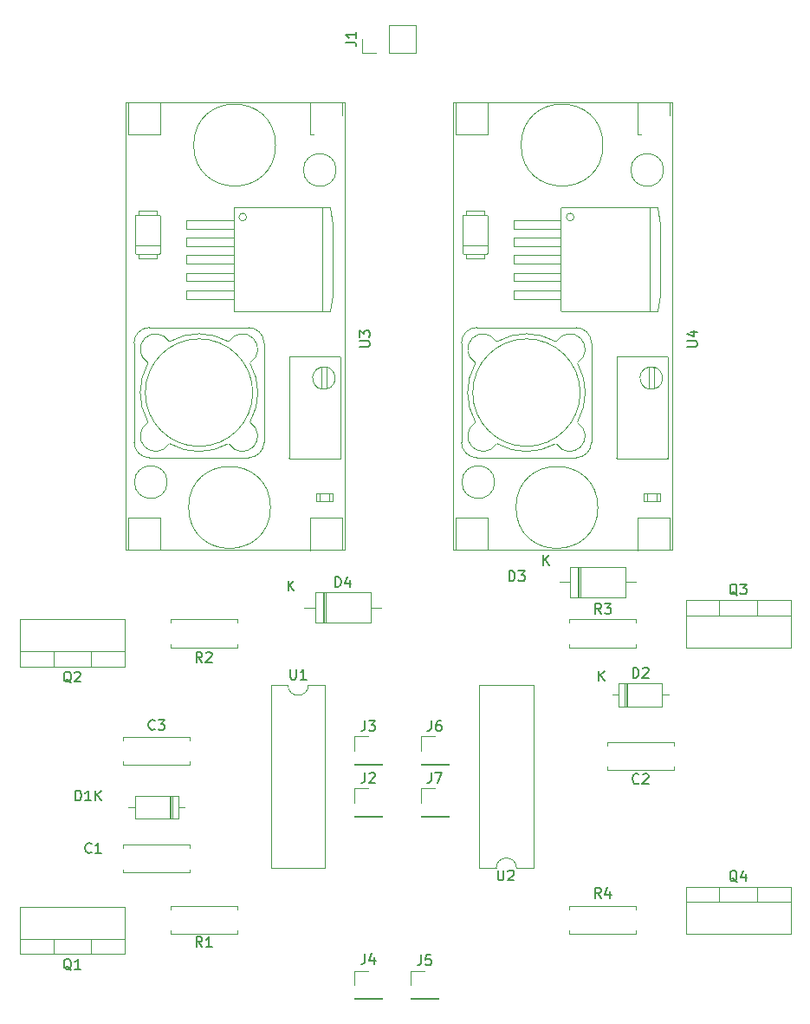
<source format=gbr>
%TF.GenerationSoftware,KiCad,Pcbnew,9.0.1*%
%TF.CreationDate,2025-07-17T11:03:29+03:00*%
%TF.ProjectId,deneme3,64656e65-6d65-4332-9e6b-696361645f70,rev?*%
%TF.SameCoordinates,Original*%
%TF.FileFunction,Legend,Top*%
%TF.FilePolarity,Positive*%
%FSLAX46Y46*%
G04 Gerber Fmt 4.6, Leading zero omitted, Abs format (unit mm)*
G04 Created by KiCad (PCBNEW 9.0.1) date 2025-07-17 11:03:29*
%MOMM*%
%LPD*%
G01*
G04 APERTURE LIST*
%ADD10C,0.150000*%
%ADD11C,0.120000*%
G04 APERTURE END LIST*
D10*
X173371905Y-112844819D02*
X173371905Y-111844819D01*
X173371905Y-111844819D02*
X173610000Y-111844819D01*
X173610000Y-111844819D02*
X173752857Y-111892438D01*
X173752857Y-111892438D02*
X173848095Y-111987676D01*
X173848095Y-111987676D02*
X173895714Y-112082914D01*
X173895714Y-112082914D02*
X173943333Y-112273390D01*
X173943333Y-112273390D02*
X173943333Y-112416247D01*
X173943333Y-112416247D02*
X173895714Y-112606723D01*
X173895714Y-112606723D02*
X173848095Y-112701961D01*
X173848095Y-112701961D02*
X173752857Y-112797200D01*
X173752857Y-112797200D02*
X173610000Y-112844819D01*
X173610000Y-112844819D02*
X173371905Y-112844819D01*
X174324286Y-111940057D02*
X174371905Y-111892438D01*
X174371905Y-111892438D02*
X174467143Y-111844819D01*
X174467143Y-111844819D02*
X174705238Y-111844819D01*
X174705238Y-111844819D02*
X174800476Y-111892438D01*
X174800476Y-111892438D02*
X174848095Y-111940057D01*
X174848095Y-111940057D02*
X174895714Y-112035295D01*
X174895714Y-112035295D02*
X174895714Y-112130533D01*
X174895714Y-112130533D02*
X174848095Y-112273390D01*
X174848095Y-112273390D02*
X174276667Y-112844819D01*
X174276667Y-112844819D02*
X174895714Y-112844819D01*
X170038095Y-113164819D02*
X170038095Y-112164819D01*
X170609523Y-113164819D02*
X170180952Y-112593390D01*
X170609523Y-112164819D02*
X170038095Y-112736247D01*
X118871905Y-124834819D02*
X118871905Y-123834819D01*
X118871905Y-123834819D02*
X119110000Y-123834819D01*
X119110000Y-123834819D02*
X119252857Y-123882438D01*
X119252857Y-123882438D02*
X119348095Y-123977676D01*
X119348095Y-123977676D02*
X119395714Y-124072914D01*
X119395714Y-124072914D02*
X119443333Y-124263390D01*
X119443333Y-124263390D02*
X119443333Y-124406247D01*
X119443333Y-124406247D02*
X119395714Y-124596723D01*
X119395714Y-124596723D02*
X119348095Y-124691961D01*
X119348095Y-124691961D02*
X119252857Y-124787200D01*
X119252857Y-124787200D02*
X119110000Y-124834819D01*
X119110000Y-124834819D02*
X118871905Y-124834819D01*
X120395714Y-124834819D02*
X119824286Y-124834819D01*
X120110000Y-124834819D02*
X120110000Y-123834819D01*
X120110000Y-123834819D02*
X120014762Y-123977676D01*
X120014762Y-123977676D02*
X119919524Y-124072914D01*
X119919524Y-124072914D02*
X119824286Y-124120533D01*
X120848095Y-124834819D02*
X120848095Y-123834819D01*
X121419523Y-124834819D02*
X120990952Y-124263390D01*
X121419523Y-123834819D02*
X120848095Y-124406247D01*
X144261905Y-103984819D02*
X144261905Y-102984819D01*
X144261905Y-102984819D02*
X144500000Y-102984819D01*
X144500000Y-102984819D02*
X144642857Y-103032438D01*
X144642857Y-103032438D02*
X144738095Y-103127676D01*
X144738095Y-103127676D02*
X144785714Y-103222914D01*
X144785714Y-103222914D02*
X144833333Y-103413390D01*
X144833333Y-103413390D02*
X144833333Y-103556247D01*
X144833333Y-103556247D02*
X144785714Y-103746723D01*
X144785714Y-103746723D02*
X144738095Y-103841961D01*
X144738095Y-103841961D02*
X144642857Y-103937200D01*
X144642857Y-103937200D02*
X144500000Y-103984819D01*
X144500000Y-103984819D02*
X144261905Y-103984819D01*
X145690476Y-103318152D02*
X145690476Y-103984819D01*
X145452381Y-102937200D02*
X145214286Y-103651485D01*
X145214286Y-103651485D02*
X145833333Y-103651485D01*
X139658095Y-104354819D02*
X139658095Y-103354819D01*
X140229523Y-104354819D02*
X139800952Y-103783390D01*
X140229523Y-103354819D02*
X139658095Y-103926247D01*
X183554761Y-104790057D02*
X183459523Y-104742438D01*
X183459523Y-104742438D02*
X183364285Y-104647200D01*
X183364285Y-104647200D02*
X183221428Y-104504342D01*
X183221428Y-104504342D02*
X183126190Y-104456723D01*
X183126190Y-104456723D02*
X183030952Y-104456723D01*
X183078571Y-104694819D02*
X182983333Y-104647200D01*
X182983333Y-104647200D02*
X182888095Y-104551961D01*
X182888095Y-104551961D02*
X182840476Y-104361485D01*
X182840476Y-104361485D02*
X182840476Y-104028152D01*
X182840476Y-104028152D02*
X182888095Y-103837676D01*
X182888095Y-103837676D02*
X182983333Y-103742438D01*
X182983333Y-103742438D02*
X183078571Y-103694819D01*
X183078571Y-103694819D02*
X183269047Y-103694819D01*
X183269047Y-103694819D02*
X183364285Y-103742438D01*
X183364285Y-103742438D02*
X183459523Y-103837676D01*
X183459523Y-103837676D02*
X183507142Y-104028152D01*
X183507142Y-104028152D02*
X183507142Y-104361485D01*
X183507142Y-104361485D02*
X183459523Y-104551961D01*
X183459523Y-104551961D02*
X183364285Y-104647200D01*
X183364285Y-104647200D02*
X183269047Y-104694819D01*
X183269047Y-104694819D02*
X183078571Y-104694819D01*
X183840476Y-103694819D02*
X184459523Y-103694819D01*
X184459523Y-103694819D02*
X184126190Y-104075771D01*
X184126190Y-104075771D02*
X184269047Y-104075771D01*
X184269047Y-104075771D02*
X184364285Y-104123390D01*
X184364285Y-104123390D02*
X184411904Y-104171009D01*
X184411904Y-104171009D02*
X184459523Y-104266247D01*
X184459523Y-104266247D02*
X184459523Y-104504342D01*
X184459523Y-104504342D02*
X184411904Y-104599580D01*
X184411904Y-104599580D02*
X184364285Y-104647200D01*
X184364285Y-104647200D02*
X184269047Y-104694819D01*
X184269047Y-104694819D02*
X183983333Y-104694819D01*
X183983333Y-104694819D02*
X183888095Y-104647200D01*
X183888095Y-104647200D02*
X183840476Y-104599580D01*
X183554761Y-132790057D02*
X183459523Y-132742438D01*
X183459523Y-132742438D02*
X183364285Y-132647200D01*
X183364285Y-132647200D02*
X183221428Y-132504342D01*
X183221428Y-132504342D02*
X183126190Y-132456723D01*
X183126190Y-132456723D02*
X183030952Y-132456723D01*
X183078571Y-132694819D02*
X182983333Y-132647200D01*
X182983333Y-132647200D02*
X182888095Y-132551961D01*
X182888095Y-132551961D02*
X182840476Y-132361485D01*
X182840476Y-132361485D02*
X182840476Y-132028152D01*
X182840476Y-132028152D02*
X182888095Y-131837676D01*
X182888095Y-131837676D02*
X182983333Y-131742438D01*
X182983333Y-131742438D02*
X183078571Y-131694819D01*
X183078571Y-131694819D02*
X183269047Y-131694819D01*
X183269047Y-131694819D02*
X183364285Y-131742438D01*
X183364285Y-131742438D02*
X183459523Y-131837676D01*
X183459523Y-131837676D02*
X183507142Y-132028152D01*
X183507142Y-132028152D02*
X183507142Y-132361485D01*
X183507142Y-132361485D02*
X183459523Y-132551961D01*
X183459523Y-132551961D02*
X183364285Y-132647200D01*
X183364285Y-132647200D02*
X183269047Y-132694819D01*
X183269047Y-132694819D02*
X183078571Y-132694819D01*
X184364285Y-132028152D02*
X184364285Y-132694819D01*
X184126190Y-131647200D02*
X183888095Y-132361485D01*
X183888095Y-132361485D02*
X184507142Y-132361485D01*
X153666666Y-122114819D02*
X153666666Y-122829104D01*
X153666666Y-122829104D02*
X153619047Y-122971961D01*
X153619047Y-122971961D02*
X153523809Y-123067200D01*
X153523809Y-123067200D02*
X153380952Y-123114819D01*
X153380952Y-123114819D02*
X153285714Y-123114819D01*
X154047619Y-122114819D02*
X154714285Y-122114819D01*
X154714285Y-122114819D02*
X154285714Y-123114819D01*
X118474761Y-113330057D02*
X118379523Y-113282438D01*
X118379523Y-113282438D02*
X118284285Y-113187200D01*
X118284285Y-113187200D02*
X118141428Y-113044342D01*
X118141428Y-113044342D02*
X118046190Y-112996723D01*
X118046190Y-112996723D02*
X117950952Y-112996723D01*
X117998571Y-113234819D02*
X117903333Y-113187200D01*
X117903333Y-113187200D02*
X117808095Y-113091961D01*
X117808095Y-113091961D02*
X117760476Y-112901485D01*
X117760476Y-112901485D02*
X117760476Y-112568152D01*
X117760476Y-112568152D02*
X117808095Y-112377676D01*
X117808095Y-112377676D02*
X117903333Y-112282438D01*
X117903333Y-112282438D02*
X117998571Y-112234819D01*
X117998571Y-112234819D02*
X118189047Y-112234819D01*
X118189047Y-112234819D02*
X118284285Y-112282438D01*
X118284285Y-112282438D02*
X118379523Y-112377676D01*
X118379523Y-112377676D02*
X118427142Y-112568152D01*
X118427142Y-112568152D02*
X118427142Y-112901485D01*
X118427142Y-112901485D02*
X118379523Y-113091961D01*
X118379523Y-113091961D02*
X118284285Y-113187200D01*
X118284285Y-113187200D02*
X118189047Y-113234819D01*
X118189047Y-113234819D02*
X117998571Y-113234819D01*
X118808095Y-112330057D02*
X118855714Y-112282438D01*
X118855714Y-112282438D02*
X118950952Y-112234819D01*
X118950952Y-112234819D02*
X119189047Y-112234819D01*
X119189047Y-112234819D02*
X119284285Y-112282438D01*
X119284285Y-112282438D02*
X119331904Y-112330057D01*
X119331904Y-112330057D02*
X119379523Y-112425295D01*
X119379523Y-112425295D02*
X119379523Y-112520533D01*
X119379523Y-112520533D02*
X119331904Y-112663390D01*
X119331904Y-112663390D02*
X118760476Y-113234819D01*
X118760476Y-113234819D02*
X119379523Y-113234819D01*
X147166666Y-117034819D02*
X147166666Y-117749104D01*
X147166666Y-117749104D02*
X147119047Y-117891961D01*
X147119047Y-117891961D02*
X147023809Y-117987200D01*
X147023809Y-117987200D02*
X146880952Y-118034819D01*
X146880952Y-118034819D02*
X146785714Y-118034819D01*
X147547619Y-117034819D02*
X148166666Y-117034819D01*
X148166666Y-117034819D02*
X147833333Y-117415771D01*
X147833333Y-117415771D02*
X147976190Y-117415771D01*
X147976190Y-117415771D02*
X148071428Y-117463390D01*
X148071428Y-117463390D02*
X148119047Y-117511009D01*
X148119047Y-117511009D02*
X148166666Y-117606247D01*
X148166666Y-117606247D02*
X148166666Y-117844342D01*
X148166666Y-117844342D02*
X148119047Y-117939580D01*
X148119047Y-117939580D02*
X148071428Y-117987200D01*
X148071428Y-117987200D02*
X147976190Y-118034819D01*
X147976190Y-118034819D02*
X147690476Y-118034819D01*
X147690476Y-118034819D02*
X147595238Y-117987200D01*
X147595238Y-117987200D02*
X147547619Y-117939580D01*
X118474761Y-141385057D02*
X118379523Y-141337438D01*
X118379523Y-141337438D02*
X118284285Y-141242200D01*
X118284285Y-141242200D02*
X118141428Y-141099342D01*
X118141428Y-141099342D02*
X118046190Y-141051723D01*
X118046190Y-141051723D02*
X117950952Y-141051723D01*
X117998571Y-141289819D02*
X117903333Y-141242200D01*
X117903333Y-141242200D02*
X117808095Y-141146961D01*
X117808095Y-141146961D02*
X117760476Y-140956485D01*
X117760476Y-140956485D02*
X117760476Y-140623152D01*
X117760476Y-140623152D02*
X117808095Y-140432676D01*
X117808095Y-140432676D02*
X117903333Y-140337438D01*
X117903333Y-140337438D02*
X117998571Y-140289819D01*
X117998571Y-140289819D02*
X118189047Y-140289819D01*
X118189047Y-140289819D02*
X118284285Y-140337438D01*
X118284285Y-140337438D02*
X118379523Y-140432676D01*
X118379523Y-140432676D02*
X118427142Y-140623152D01*
X118427142Y-140623152D02*
X118427142Y-140956485D01*
X118427142Y-140956485D02*
X118379523Y-141146961D01*
X118379523Y-141146961D02*
X118284285Y-141242200D01*
X118284285Y-141242200D02*
X118189047Y-141289819D01*
X118189047Y-141289819D02*
X117998571Y-141289819D01*
X119379523Y-141289819D02*
X118808095Y-141289819D01*
X119093809Y-141289819D02*
X119093809Y-140289819D01*
X119093809Y-140289819D02*
X118998571Y-140432676D01*
X118998571Y-140432676D02*
X118903333Y-140527914D01*
X118903333Y-140527914D02*
X118808095Y-140575533D01*
X152666666Y-139904819D02*
X152666666Y-140619104D01*
X152666666Y-140619104D02*
X152619047Y-140761961D01*
X152619047Y-140761961D02*
X152523809Y-140857200D01*
X152523809Y-140857200D02*
X152380952Y-140904819D01*
X152380952Y-140904819D02*
X152285714Y-140904819D01*
X153619047Y-139904819D02*
X153142857Y-139904819D01*
X153142857Y-139904819D02*
X153095238Y-140381009D01*
X153095238Y-140381009D02*
X153142857Y-140333390D01*
X153142857Y-140333390D02*
X153238095Y-140285771D01*
X153238095Y-140285771D02*
X153476190Y-140285771D01*
X153476190Y-140285771D02*
X153571428Y-140333390D01*
X153571428Y-140333390D02*
X153619047Y-140381009D01*
X153619047Y-140381009D02*
X153666666Y-140476247D01*
X153666666Y-140476247D02*
X153666666Y-140714342D01*
X153666666Y-140714342D02*
X153619047Y-140809580D01*
X153619047Y-140809580D02*
X153571428Y-140857200D01*
X153571428Y-140857200D02*
X153476190Y-140904819D01*
X153476190Y-140904819D02*
X153238095Y-140904819D01*
X153238095Y-140904819D02*
X153142857Y-140857200D01*
X153142857Y-140857200D02*
X153095238Y-140809580D01*
X131253333Y-139114819D02*
X130920000Y-138638628D01*
X130681905Y-139114819D02*
X130681905Y-138114819D01*
X130681905Y-138114819D02*
X131062857Y-138114819D01*
X131062857Y-138114819D02*
X131158095Y-138162438D01*
X131158095Y-138162438D02*
X131205714Y-138210057D01*
X131205714Y-138210057D02*
X131253333Y-138305295D01*
X131253333Y-138305295D02*
X131253333Y-138448152D01*
X131253333Y-138448152D02*
X131205714Y-138543390D01*
X131205714Y-138543390D02*
X131158095Y-138591009D01*
X131158095Y-138591009D02*
X131062857Y-138638628D01*
X131062857Y-138638628D02*
X130681905Y-138638628D01*
X132205714Y-139114819D02*
X131634286Y-139114819D01*
X131920000Y-139114819D02*
X131920000Y-138114819D01*
X131920000Y-138114819D02*
X131824762Y-138257676D01*
X131824762Y-138257676D02*
X131729524Y-138352914D01*
X131729524Y-138352914D02*
X131634286Y-138400533D01*
X126633333Y-117859580D02*
X126585714Y-117907200D01*
X126585714Y-117907200D02*
X126442857Y-117954819D01*
X126442857Y-117954819D02*
X126347619Y-117954819D01*
X126347619Y-117954819D02*
X126204762Y-117907200D01*
X126204762Y-117907200D02*
X126109524Y-117811961D01*
X126109524Y-117811961D02*
X126061905Y-117716723D01*
X126061905Y-117716723D02*
X126014286Y-117526247D01*
X126014286Y-117526247D02*
X126014286Y-117383390D01*
X126014286Y-117383390D02*
X126061905Y-117192914D01*
X126061905Y-117192914D02*
X126109524Y-117097676D01*
X126109524Y-117097676D02*
X126204762Y-117002438D01*
X126204762Y-117002438D02*
X126347619Y-116954819D01*
X126347619Y-116954819D02*
X126442857Y-116954819D01*
X126442857Y-116954819D02*
X126585714Y-117002438D01*
X126585714Y-117002438D02*
X126633333Y-117050057D01*
X126966667Y-116954819D02*
X127585714Y-116954819D01*
X127585714Y-116954819D02*
X127252381Y-117335771D01*
X127252381Y-117335771D02*
X127395238Y-117335771D01*
X127395238Y-117335771D02*
X127490476Y-117383390D01*
X127490476Y-117383390D02*
X127538095Y-117431009D01*
X127538095Y-117431009D02*
X127585714Y-117526247D01*
X127585714Y-117526247D02*
X127585714Y-117764342D01*
X127585714Y-117764342D02*
X127538095Y-117859580D01*
X127538095Y-117859580D02*
X127490476Y-117907200D01*
X127490476Y-117907200D02*
X127395238Y-117954819D01*
X127395238Y-117954819D02*
X127109524Y-117954819D01*
X127109524Y-117954819D02*
X127014286Y-117907200D01*
X127014286Y-117907200D02*
X126966667Y-117859580D01*
X146654819Y-80531904D02*
X147464342Y-80531904D01*
X147464342Y-80531904D02*
X147559580Y-80484285D01*
X147559580Y-80484285D02*
X147607200Y-80436666D01*
X147607200Y-80436666D02*
X147654819Y-80341428D01*
X147654819Y-80341428D02*
X147654819Y-80150952D01*
X147654819Y-80150952D02*
X147607200Y-80055714D01*
X147607200Y-80055714D02*
X147559580Y-80008095D01*
X147559580Y-80008095D02*
X147464342Y-79960476D01*
X147464342Y-79960476D02*
X146654819Y-79960476D01*
X146654819Y-79579523D02*
X146654819Y-78960476D01*
X146654819Y-78960476D02*
X147035771Y-79293809D01*
X147035771Y-79293809D02*
X147035771Y-79150952D01*
X147035771Y-79150952D02*
X147083390Y-79055714D01*
X147083390Y-79055714D02*
X147131009Y-79008095D01*
X147131009Y-79008095D02*
X147226247Y-78960476D01*
X147226247Y-78960476D02*
X147464342Y-78960476D01*
X147464342Y-78960476D02*
X147559580Y-79008095D01*
X147559580Y-79008095D02*
X147607200Y-79055714D01*
X147607200Y-79055714D02*
X147654819Y-79150952D01*
X147654819Y-79150952D02*
X147654819Y-79436666D01*
X147654819Y-79436666D02*
X147607200Y-79531904D01*
X147607200Y-79531904D02*
X147559580Y-79579523D01*
X170253333Y-134344819D02*
X169920000Y-133868628D01*
X169681905Y-134344819D02*
X169681905Y-133344819D01*
X169681905Y-133344819D02*
X170062857Y-133344819D01*
X170062857Y-133344819D02*
X170158095Y-133392438D01*
X170158095Y-133392438D02*
X170205714Y-133440057D01*
X170205714Y-133440057D02*
X170253333Y-133535295D01*
X170253333Y-133535295D02*
X170253333Y-133678152D01*
X170253333Y-133678152D02*
X170205714Y-133773390D01*
X170205714Y-133773390D02*
X170158095Y-133821009D01*
X170158095Y-133821009D02*
X170062857Y-133868628D01*
X170062857Y-133868628D02*
X169681905Y-133868628D01*
X171110476Y-133678152D02*
X171110476Y-134344819D01*
X170872381Y-133297200D02*
X170634286Y-134011485D01*
X170634286Y-134011485D02*
X171253333Y-134011485D01*
X178654819Y-80531904D02*
X179464342Y-80531904D01*
X179464342Y-80531904D02*
X179559580Y-80484285D01*
X179559580Y-80484285D02*
X179607200Y-80436666D01*
X179607200Y-80436666D02*
X179654819Y-80341428D01*
X179654819Y-80341428D02*
X179654819Y-80150952D01*
X179654819Y-80150952D02*
X179607200Y-80055714D01*
X179607200Y-80055714D02*
X179559580Y-80008095D01*
X179559580Y-80008095D02*
X179464342Y-79960476D01*
X179464342Y-79960476D02*
X178654819Y-79960476D01*
X178988152Y-79055714D02*
X179654819Y-79055714D01*
X178607200Y-79293809D02*
X179321485Y-79531904D01*
X179321485Y-79531904D02*
X179321485Y-78912857D01*
X131253333Y-111334819D02*
X130920000Y-110858628D01*
X130681905Y-111334819D02*
X130681905Y-110334819D01*
X130681905Y-110334819D02*
X131062857Y-110334819D01*
X131062857Y-110334819D02*
X131158095Y-110382438D01*
X131158095Y-110382438D02*
X131205714Y-110430057D01*
X131205714Y-110430057D02*
X131253333Y-110525295D01*
X131253333Y-110525295D02*
X131253333Y-110668152D01*
X131253333Y-110668152D02*
X131205714Y-110763390D01*
X131205714Y-110763390D02*
X131158095Y-110811009D01*
X131158095Y-110811009D02*
X131062857Y-110858628D01*
X131062857Y-110858628D02*
X130681905Y-110858628D01*
X131634286Y-110430057D02*
X131681905Y-110382438D01*
X131681905Y-110382438D02*
X131777143Y-110334819D01*
X131777143Y-110334819D02*
X132015238Y-110334819D01*
X132015238Y-110334819D02*
X132110476Y-110382438D01*
X132110476Y-110382438D02*
X132158095Y-110430057D01*
X132158095Y-110430057D02*
X132205714Y-110525295D01*
X132205714Y-110525295D02*
X132205714Y-110620533D01*
X132205714Y-110620533D02*
X132158095Y-110763390D01*
X132158095Y-110763390D02*
X131586667Y-111334819D01*
X131586667Y-111334819D02*
X132205714Y-111334819D01*
X139878095Y-112004819D02*
X139878095Y-112814342D01*
X139878095Y-112814342D02*
X139925714Y-112909580D01*
X139925714Y-112909580D02*
X139973333Y-112957200D01*
X139973333Y-112957200D02*
X140068571Y-113004819D01*
X140068571Y-113004819D02*
X140259047Y-113004819D01*
X140259047Y-113004819D02*
X140354285Y-112957200D01*
X140354285Y-112957200D02*
X140401904Y-112909580D01*
X140401904Y-112909580D02*
X140449523Y-112814342D01*
X140449523Y-112814342D02*
X140449523Y-112004819D01*
X141449523Y-113004819D02*
X140878095Y-113004819D01*
X141163809Y-113004819D02*
X141163809Y-112004819D01*
X141163809Y-112004819D02*
X141068571Y-112147676D01*
X141068571Y-112147676D02*
X140973333Y-112242914D01*
X140973333Y-112242914D02*
X140878095Y-112290533D01*
X145324819Y-50800833D02*
X146039104Y-50800833D01*
X146039104Y-50800833D02*
X146181961Y-50848452D01*
X146181961Y-50848452D02*
X146277200Y-50943690D01*
X146277200Y-50943690D02*
X146324819Y-51086547D01*
X146324819Y-51086547D02*
X146324819Y-51181785D01*
X146324819Y-49800833D02*
X146324819Y-50372261D01*
X146324819Y-50086547D02*
X145324819Y-50086547D01*
X145324819Y-50086547D02*
X145467676Y-50181785D01*
X145467676Y-50181785D02*
X145562914Y-50277023D01*
X145562914Y-50277023D02*
X145610533Y-50372261D01*
X160153095Y-131624819D02*
X160153095Y-132434342D01*
X160153095Y-132434342D02*
X160200714Y-132529580D01*
X160200714Y-132529580D02*
X160248333Y-132577200D01*
X160248333Y-132577200D02*
X160343571Y-132624819D01*
X160343571Y-132624819D02*
X160534047Y-132624819D01*
X160534047Y-132624819D02*
X160629285Y-132577200D01*
X160629285Y-132577200D02*
X160676904Y-132529580D01*
X160676904Y-132529580D02*
X160724523Y-132434342D01*
X160724523Y-132434342D02*
X160724523Y-131624819D01*
X161153095Y-131720057D02*
X161200714Y-131672438D01*
X161200714Y-131672438D02*
X161295952Y-131624819D01*
X161295952Y-131624819D02*
X161534047Y-131624819D01*
X161534047Y-131624819D02*
X161629285Y-131672438D01*
X161629285Y-131672438D02*
X161676904Y-131720057D01*
X161676904Y-131720057D02*
X161724523Y-131815295D01*
X161724523Y-131815295D02*
X161724523Y-131910533D01*
X161724523Y-131910533D02*
X161676904Y-132053390D01*
X161676904Y-132053390D02*
X161105476Y-132624819D01*
X161105476Y-132624819D02*
X161724523Y-132624819D01*
X147166666Y-139784819D02*
X147166666Y-140499104D01*
X147166666Y-140499104D02*
X147119047Y-140641961D01*
X147119047Y-140641961D02*
X147023809Y-140737200D01*
X147023809Y-140737200D02*
X146880952Y-140784819D01*
X146880952Y-140784819D02*
X146785714Y-140784819D01*
X148071428Y-140118152D02*
X148071428Y-140784819D01*
X147833333Y-139737200D02*
X147595238Y-140451485D01*
X147595238Y-140451485D02*
X148214285Y-140451485D01*
X147166666Y-122114819D02*
X147166666Y-122829104D01*
X147166666Y-122829104D02*
X147119047Y-122971961D01*
X147119047Y-122971961D02*
X147023809Y-123067200D01*
X147023809Y-123067200D02*
X146880952Y-123114819D01*
X146880952Y-123114819D02*
X146785714Y-123114819D01*
X147595238Y-122210057D02*
X147642857Y-122162438D01*
X147642857Y-122162438D02*
X147738095Y-122114819D01*
X147738095Y-122114819D02*
X147976190Y-122114819D01*
X147976190Y-122114819D02*
X148071428Y-122162438D01*
X148071428Y-122162438D02*
X148119047Y-122210057D01*
X148119047Y-122210057D02*
X148166666Y-122305295D01*
X148166666Y-122305295D02*
X148166666Y-122400533D01*
X148166666Y-122400533D02*
X148119047Y-122543390D01*
X148119047Y-122543390D02*
X147547619Y-123114819D01*
X147547619Y-123114819D02*
X148166666Y-123114819D01*
X120443333Y-129859580D02*
X120395714Y-129907200D01*
X120395714Y-129907200D02*
X120252857Y-129954819D01*
X120252857Y-129954819D02*
X120157619Y-129954819D01*
X120157619Y-129954819D02*
X120014762Y-129907200D01*
X120014762Y-129907200D02*
X119919524Y-129811961D01*
X119919524Y-129811961D02*
X119871905Y-129716723D01*
X119871905Y-129716723D02*
X119824286Y-129526247D01*
X119824286Y-129526247D02*
X119824286Y-129383390D01*
X119824286Y-129383390D02*
X119871905Y-129192914D01*
X119871905Y-129192914D02*
X119919524Y-129097676D01*
X119919524Y-129097676D02*
X120014762Y-129002438D01*
X120014762Y-129002438D02*
X120157619Y-128954819D01*
X120157619Y-128954819D02*
X120252857Y-128954819D01*
X120252857Y-128954819D02*
X120395714Y-129002438D01*
X120395714Y-129002438D02*
X120443333Y-129050057D01*
X121395714Y-129954819D02*
X120824286Y-129954819D01*
X121110000Y-129954819D02*
X121110000Y-128954819D01*
X121110000Y-128954819D02*
X121014762Y-129097676D01*
X121014762Y-129097676D02*
X120919524Y-129192914D01*
X120919524Y-129192914D02*
X120824286Y-129240533D01*
X161261905Y-103404819D02*
X161261905Y-102404819D01*
X161261905Y-102404819D02*
X161500000Y-102404819D01*
X161500000Y-102404819D02*
X161642857Y-102452438D01*
X161642857Y-102452438D02*
X161738095Y-102547676D01*
X161738095Y-102547676D02*
X161785714Y-102642914D01*
X161785714Y-102642914D02*
X161833333Y-102833390D01*
X161833333Y-102833390D02*
X161833333Y-102976247D01*
X161833333Y-102976247D02*
X161785714Y-103166723D01*
X161785714Y-103166723D02*
X161738095Y-103261961D01*
X161738095Y-103261961D02*
X161642857Y-103357200D01*
X161642857Y-103357200D02*
X161500000Y-103404819D01*
X161500000Y-103404819D02*
X161261905Y-103404819D01*
X162166667Y-102404819D02*
X162785714Y-102404819D01*
X162785714Y-102404819D02*
X162452381Y-102785771D01*
X162452381Y-102785771D02*
X162595238Y-102785771D01*
X162595238Y-102785771D02*
X162690476Y-102833390D01*
X162690476Y-102833390D02*
X162738095Y-102881009D01*
X162738095Y-102881009D02*
X162785714Y-102976247D01*
X162785714Y-102976247D02*
X162785714Y-103214342D01*
X162785714Y-103214342D02*
X162738095Y-103309580D01*
X162738095Y-103309580D02*
X162690476Y-103357200D01*
X162690476Y-103357200D02*
X162595238Y-103404819D01*
X162595238Y-103404819D02*
X162309524Y-103404819D01*
X162309524Y-103404819D02*
X162214286Y-103357200D01*
X162214286Y-103357200D02*
X162166667Y-103309580D01*
X164578095Y-101854819D02*
X164578095Y-100854819D01*
X165149523Y-101854819D02*
X164720952Y-101283390D01*
X165149523Y-100854819D02*
X164578095Y-101426247D01*
X153666666Y-117034819D02*
X153666666Y-117749104D01*
X153666666Y-117749104D02*
X153619047Y-117891961D01*
X153619047Y-117891961D02*
X153523809Y-117987200D01*
X153523809Y-117987200D02*
X153380952Y-118034819D01*
X153380952Y-118034819D02*
X153285714Y-118034819D01*
X154571428Y-117034819D02*
X154380952Y-117034819D01*
X154380952Y-117034819D02*
X154285714Y-117082438D01*
X154285714Y-117082438D02*
X154238095Y-117130057D01*
X154238095Y-117130057D02*
X154142857Y-117272914D01*
X154142857Y-117272914D02*
X154095238Y-117463390D01*
X154095238Y-117463390D02*
X154095238Y-117844342D01*
X154095238Y-117844342D02*
X154142857Y-117939580D01*
X154142857Y-117939580D02*
X154190476Y-117987200D01*
X154190476Y-117987200D02*
X154285714Y-118034819D01*
X154285714Y-118034819D02*
X154476190Y-118034819D01*
X154476190Y-118034819D02*
X154571428Y-117987200D01*
X154571428Y-117987200D02*
X154619047Y-117939580D01*
X154619047Y-117939580D02*
X154666666Y-117844342D01*
X154666666Y-117844342D02*
X154666666Y-117606247D01*
X154666666Y-117606247D02*
X154619047Y-117511009D01*
X154619047Y-117511009D02*
X154571428Y-117463390D01*
X154571428Y-117463390D02*
X154476190Y-117415771D01*
X154476190Y-117415771D02*
X154285714Y-117415771D01*
X154285714Y-117415771D02*
X154190476Y-117463390D01*
X154190476Y-117463390D02*
X154142857Y-117511009D01*
X154142857Y-117511009D02*
X154095238Y-117606247D01*
X170253333Y-106594819D02*
X169920000Y-106118628D01*
X169681905Y-106594819D02*
X169681905Y-105594819D01*
X169681905Y-105594819D02*
X170062857Y-105594819D01*
X170062857Y-105594819D02*
X170158095Y-105642438D01*
X170158095Y-105642438D02*
X170205714Y-105690057D01*
X170205714Y-105690057D02*
X170253333Y-105785295D01*
X170253333Y-105785295D02*
X170253333Y-105928152D01*
X170253333Y-105928152D02*
X170205714Y-106023390D01*
X170205714Y-106023390D02*
X170158095Y-106071009D01*
X170158095Y-106071009D02*
X170062857Y-106118628D01*
X170062857Y-106118628D02*
X169681905Y-106118628D01*
X170586667Y-105594819D02*
X171205714Y-105594819D01*
X171205714Y-105594819D02*
X170872381Y-105975771D01*
X170872381Y-105975771D02*
X171015238Y-105975771D01*
X171015238Y-105975771D02*
X171110476Y-106023390D01*
X171110476Y-106023390D02*
X171158095Y-106071009D01*
X171158095Y-106071009D02*
X171205714Y-106166247D01*
X171205714Y-106166247D02*
X171205714Y-106404342D01*
X171205714Y-106404342D02*
X171158095Y-106499580D01*
X171158095Y-106499580D02*
X171110476Y-106547200D01*
X171110476Y-106547200D02*
X171015238Y-106594819D01*
X171015238Y-106594819D02*
X170729524Y-106594819D01*
X170729524Y-106594819D02*
X170634286Y-106547200D01*
X170634286Y-106547200D02*
X170586667Y-106499580D01*
X173943333Y-123109580D02*
X173895714Y-123157200D01*
X173895714Y-123157200D02*
X173752857Y-123204819D01*
X173752857Y-123204819D02*
X173657619Y-123204819D01*
X173657619Y-123204819D02*
X173514762Y-123157200D01*
X173514762Y-123157200D02*
X173419524Y-123061961D01*
X173419524Y-123061961D02*
X173371905Y-122966723D01*
X173371905Y-122966723D02*
X173324286Y-122776247D01*
X173324286Y-122776247D02*
X173324286Y-122633390D01*
X173324286Y-122633390D02*
X173371905Y-122442914D01*
X173371905Y-122442914D02*
X173419524Y-122347676D01*
X173419524Y-122347676D02*
X173514762Y-122252438D01*
X173514762Y-122252438D02*
X173657619Y-122204819D01*
X173657619Y-122204819D02*
X173752857Y-122204819D01*
X173752857Y-122204819D02*
X173895714Y-122252438D01*
X173895714Y-122252438D02*
X173943333Y-122300057D01*
X174324286Y-122300057D02*
X174371905Y-122252438D01*
X174371905Y-122252438D02*
X174467143Y-122204819D01*
X174467143Y-122204819D02*
X174705238Y-122204819D01*
X174705238Y-122204819D02*
X174800476Y-122252438D01*
X174800476Y-122252438D02*
X174848095Y-122300057D01*
X174848095Y-122300057D02*
X174895714Y-122395295D01*
X174895714Y-122395295D02*
X174895714Y-122490533D01*
X174895714Y-122490533D02*
X174848095Y-122633390D01*
X174848095Y-122633390D02*
X174276667Y-123204819D01*
X174276667Y-123204819D02*
X174895714Y-123204819D01*
D11*
%TO.C,D2*%
X171340000Y-114510000D02*
X171990000Y-114510000D01*
X171990000Y-113390000D02*
X171990000Y-115630000D01*
X171990000Y-115630000D02*
X176230000Y-115630000D01*
X172590000Y-113390000D02*
X172590000Y-115630000D01*
X172710000Y-113390000D02*
X172710000Y-115630000D01*
X172830000Y-113390000D02*
X172830000Y-115630000D01*
X176230000Y-113390000D02*
X171990000Y-113390000D01*
X176230000Y-115630000D02*
X176230000Y-113390000D01*
X176880000Y-114510000D02*
X176230000Y-114510000D01*
%TO.C,D1*%
X124030000Y-125500000D02*
X124680000Y-125500000D01*
X124680000Y-124380000D02*
X124680000Y-126620000D01*
X124680000Y-126620000D02*
X128920000Y-126620000D01*
X128080000Y-126620000D02*
X128080000Y-124380000D01*
X128200000Y-126620000D02*
X128200000Y-124380000D01*
X128320000Y-126620000D02*
X128320000Y-124380000D01*
X128920000Y-124380000D02*
X124680000Y-124380000D01*
X128920000Y-126620000D02*
X128920000Y-124380000D01*
X129570000Y-125500000D02*
X128920000Y-125500000D01*
%TO.C,D4*%
X141260000Y-106000000D02*
X142280000Y-106000000D01*
X142280000Y-104530000D02*
X142280000Y-107470000D01*
X142280000Y-107470000D02*
X147720000Y-107470000D01*
X143060000Y-104530000D02*
X143060000Y-107470000D01*
X143180000Y-104530000D02*
X143180000Y-107470000D01*
X143300000Y-104530000D02*
X143300000Y-107470000D01*
X147720000Y-104530000D02*
X142280000Y-104530000D01*
X147720000Y-107470000D02*
X147720000Y-104530000D01*
X148740000Y-106000000D02*
X147720000Y-106000000D01*
%TO.C,Q3*%
X178530000Y-105240000D02*
X178530000Y-109881000D01*
X178530000Y-105240000D02*
X188770000Y-105240000D01*
X178530000Y-106750000D02*
X188770000Y-106750000D01*
X178530000Y-109881000D02*
X188770000Y-109881000D01*
X181800000Y-105240000D02*
X181800000Y-106750000D01*
X185501000Y-105240000D02*
X185501000Y-106750000D01*
X188770000Y-105240000D02*
X188770000Y-109881000D01*
%TO.C,Q4*%
X178530000Y-133240000D02*
X178530000Y-137881000D01*
X178530000Y-133240000D02*
X188770000Y-133240000D01*
X178530000Y-134750000D02*
X188770000Y-134750000D01*
X178530000Y-137881000D02*
X188770000Y-137881000D01*
X181800000Y-133240000D02*
X181800000Y-134750000D01*
X185501000Y-133240000D02*
X185501000Y-134750000D01*
X188770000Y-133240000D02*
X188770000Y-137881000D01*
%TO.C,J7*%
X152620000Y-123660000D02*
X154000000Y-123660000D01*
X152620000Y-125040000D02*
X152620000Y-123660000D01*
X152620000Y-126310000D02*
X152620000Y-126420000D01*
X152620000Y-126310000D02*
X155380000Y-126310000D01*
X152620000Y-126420000D02*
X155380000Y-126420000D01*
X155380000Y-126310000D02*
X155380000Y-126420000D01*
%TO.C,Q2*%
X113450000Y-111780000D02*
X113450000Y-107139000D01*
X116719000Y-111780000D02*
X116719000Y-110270000D01*
X120420000Y-111780000D02*
X120420000Y-110270000D01*
X123690000Y-107139000D02*
X113450000Y-107139000D01*
X123690000Y-110270000D02*
X113450000Y-110270000D01*
X123690000Y-111780000D02*
X113450000Y-111780000D01*
X123690000Y-111780000D02*
X123690000Y-107139000D01*
%TO.C,J3*%
X146120000Y-118580000D02*
X147500000Y-118580000D01*
X146120000Y-119960000D02*
X146120000Y-118580000D01*
X146120000Y-121230000D02*
X146120000Y-121340000D01*
X146120000Y-121230000D02*
X148880000Y-121230000D01*
X146120000Y-121340000D02*
X148880000Y-121340000D01*
X148880000Y-121230000D02*
X148880000Y-121340000D01*
%TO.C,Q1*%
X113450000Y-139835000D02*
X113450000Y-135194000D01*
X116719000Y-139835000D02*
X116719000Y-138325000D01*
X120420000Y-139835000D02*
X120420000Y-138325000D01*
X123690000Y-135194000D02*
X113450000Y-135194000D01*
X123690000Y-138325000D02*
X113450000Y-138325000D01*
X123690000Y-139835000D02*
X113450000Y-139835000D01*
X123690000Y-139835000D02*
X123690000Y-135194000D01*
%TO.C,J5*%
X151620000Y-141450000D02*
X153000000Y-141450000D01*
X151620000Y-142830000D02*
X151620000Y-141450000D01*
X151620000Y-144100000D02*
X151620000Y-144210000D01*
X151620000Y-144100000D02*
X154380000Y-144100000D01*
X151620000Y-144210000D02*
X154380000Y-144210000D01*
X154380000Y-144100000D02*
X154380000Y-144210000D01*
%TO.C,R1*%
X128150000Y-135140000D02*
X134690000Y-135140000D01*
X128150000Y-135470000D02*
X128150000Y-135140000D01*
X128150000Y-137550000D02*
X128150000Y-137880000D01*
X128150000Y-137880000D02*
X134690000Y-137880000D01*
X134690000Y-135140000D02*
X134690000Y-135470000D01*
X134690000Y-137880000D02*
X134690000Y-137550000D01*
%TO.C,C3*%
X123530000Y-118630000D02*
X123530000Y-118960000D01*
X123530000Y-121370000D02*
X123530000Y-121040000D01*
X130070000Y-118630000D02*
X123530000Y-118630000D01*
X130070000Y-118960000D02*
X130070000Y-118630000D01*
X130070000Y-121040000D02*
X130070000Y-121370000D01*
X130070000Y-121370000D02*
X123530000Y-121370000D01*
%TO.C,U3*%
X123775000Y-56625000D02*
X123775000Y-100375000D01*
X123775000Y-100375000D02*
X145225000Y-100375000D01*
X124030000Y-56630000D02*
X124030000Y-59760000D01*
X124030000Y-97240000D02*
X124030000Y-100355000D01*
X124030000Y-97240000D02*
X127190000Y-97240000D01*
X124604204Y-80147397D02*
X124604204Y-89847397D01*
X124706783Y-71361636D02*
X124706783Y-67761636D01*
X124806783Y-67661636D02*
X127106783Y-67661636D01*
X125081783Y-67211636D02*
X126831783Y-67211636D01*
X125081783Y-67661636D02*
X125081783Y-67211636D01*
X125081783Y-71911636D02*
X125081783Y-71461636D01*
X126104204Y-91347397D02*
X135804204Y-91347397D01*
X126595304Y-71462636D02*
X126689856Y-71462636D01*
X126831783Y-67211636D02*
X126831783Y-67661636D01*
X126831783Y-71461636D02*
X126831783Y-71911636D01*
X126831783Y-71911636D02*
X125081783Y-71911636D01*
X127106783Y-70591358D02*
X124806783Y-70591358D01*
X127106783Y-71461636D02*
X124806783Y-71461636D01*
X127190000Y-56630000D02*
X127190000Y-59760000D01*
X127190000Y-59760000D02*
X124030000Y-59760000D01*
X127190000Y-97240000D02*
X127190000Y-100355000D01*
X127206783Y-67761636D02*
X127206783Y-71361636D01*
X129693330Y-68190233D02*
X129693330Y-69030233D01*
X129693330Y-68190233D02*
X134323330Y-68190233D01*
X129693330Y-69030233D02*
X134323330Y-69030233D01*
X129693330Y-69890233D02*
X129693330Y-70730233D01*
X129693330Y-69890233D02*
X134323330Y-69890233D01*
X129693330Y-70730233D02*
X134323330Y-70730233D01*
X129693330Y-71590233D02*
X129693330Y-72430233D01*
X129693330Y-71590233D02*
X134323330Y-71590233D01*
X129693330Y-72430233D02*
X134323330Y-72430233D01*
X129693330Y-73290233D02*
X129693330Y-74130233D01*
X129693330Y-73290233D02*
X134323330Y-73290233D01*
X129693330Y-74130233D02*
X134323330Y-74130233D01*
X129693330Y-74990233D02*
X129693330Y-75830233D01*
X129693330Y-74990233D02*
X134323330Y-74990233D01*
X129693330Y-75830233D02*
X134323330Y-75830233D01*
X134323330Y-67007797D02*
X134323330Y-77012670D01*
X134323330Y-77012670D02*
X134400894Y-77090233D01*
X134400894Y-66930233D02*
X134323330Y-67007797D01*
X134400894Y-66930233D02*
X143752390Y-66930233D01*
X134400894Y-77090233D02*
X143752390Y-77090233D01*
X135804204Y-78647397D02*
X126104204Y-78647397D01*
X137304204Y-89847397D02*
X137304204Y-80147397D01*
X139757706Y-91429783D02*
X139757706Y-81529783D01*
X139807706Y-81479783D02*
X144707705Y-81479783D01*
X141810000Y-97240000D02*
X141810000Y-100400000D01*
X141810000Y-97240000D02*
X144970000Y-97240000D01*
X141815000Y-56630000D02*
X141810000Y-59760000D01*
X142120000Y-59760000D02*
X141810000Y-59760000D01*
X142385851Y-66929233D02*
X142224313Y-66929233D01*
X142409705Y-94828681D02*
X144009704Y-94828681D01*
X142409705Y-95628681D02*
X142409705Y-94828681D01*
X142729705Y-95628681D02*
X142729705Y-94828681D01*
X142907706Y-82540553D02*
X142907706Y-84619014D01*
X142963330Y-77090233D02*
X142963330Y-66930233D01*
X143382706Y-82528594D02*
X143387938Y-82504147D01*
X143382706Y-82528594D02*
X143407705Y-82540553D01*
X143382706Y-82528594D02*
X143413925Y-82535764D01*
X143407705Y-84619014D02*
X143407705Y-82540553D01*
X143439100Y-82516385D02*
X143407705Y-82540553D01*
X143689704Y-94828681D02*
X143689704Y-95628681D01*
X143752390Y-66930233D02*
X144043329Y-68580233D01*
X144009704Y-95628681D02*
X142409705Y-95628681D01*
X144009704Y-95628681D02*
X144009704Y-94828681D01*
X144043329Y-68580233D02*
X144043329Y-75440233D01*
X144043329Y-75440233D02*
X143752390Y-77090233D01*
X144707705Y-91479783D02*
X139807706Y-91479783D01*
X144757705Y-81529783D02*
X144757705Y-91429783D01*
X144758705Y-90038978D02*
X144758705Y-89994106D01*
X144758705Y-90122312D02*
X144758705Y-90088357D01*
X144970000Y-56630000D02*
X144970000Y-57930000D01*
X144970000Y-97240000D02*
X144970000Y-100355000D01*
X145225000Y-56625000D02*
X123775000Y-56625000D01*
X145225000Y-100375000D02*
X145225000Y-56625000D01*
X124604204Y-80147397D02*
G75*
G02*
X126104204Y-78647404I1499996J-3D01*
G01*
X124706783Y-67761636D02*
G75*
G02*
X124806783Y-67661583I100017J36D01*
G01*
X124806783Y-71461636D02*
G75*
G02*
X124706764Y-71361636I17J100036D01*
G01*
X125917938Y-82027611D02*
G75*
G02*
X125952053Y-82161799I-52938J-84889D01*
G01*
X125917938Y-82027611D02*
G75*
G02*
X127984410Y-79961137I793662J1272811D01*
G01*
X125952024Y-87833011D02*
G75*
G02*
X125917925Y-87967162I-87024J-49289D01*
G01*
X125952024Y-87833011D02*
G75*
G02*
X125952024Y-82161783I5002180J2835614D01*
G01*
X126104204Y-91347397D02*
G75*
G02*
X124604203Y-89847397I-4J1499997D01*
G01*
X127106783Y-67661636D02*
G75*
G02*
X127206764Y-67761636I17J-99964D01*
G01*
X127206783Y-71361636D02*
G75*
G02*
X127106783Y-71461583I-99983J36D01*
G01*
X127984417Y-90033663D02*
G75*
G02*
X128118602Y-89999555I84883J-52937D01*
G01*
X127984418Y-90033662D02*
G75*
G02*
X125917938Y-87967182I-1272858J793622D01*
G01*
X128118590Y-79995218D02*
G75*
G02*
X133789815Y-79995221I2835610J-5002182D01*
G01*
X128118591Y-79995217D02*
G75*
G02*
X127984440Y-79961118I-49291J87017D01*
G01*
X133789816Y-89999577D02*
G75*
G02*
X133923961Y-90033680I49284J-87023D01*
G01*
X133789817Y-89999576D02*
G75*
G02*
X128118588Y-89999579I-2835617J5002176D01*
G01*
X133923989Y-79961132D02*
G75*
G02*
X135990469Y-82027611I1272851J-793628D01*
G01*
X133923990Y-79961131D02*
G75*
G02*
X133789800Y-79995249I-84890J52931D01*
G01*
X135804204Y-78647397D02*
G75*
G02*
X137304203Y-80147397I-4J-1500003D01*
G01*
X135956383Y-82161783D02*
G75*
G02*
X135990488Y-82027641I87017J49283D01*
G01*
X135956383Y-82161784D02*
G75*
G02*
X135956383Y-87833011I-5002178J-2835614D01*
G01*
X135990469Y-87967183D02*
G75*
G02*
X133923982Y-90033667I-793669J-1272817D01*
G01*
X135990469Y-87967183D02*
G75*
G02*
X135956359Y-87832998I52931J84883D01*
G01*
X137304204Y-89847397D02*
G75*
G02*
X135804204Y-91347404I-1500004J-3D01*
G01*
X139757706Y-81529783D02*
G75*
G02*
X139807706Y-81479806I49994J-17D01*
G01*
X139807706Y-91479783D02*
G75*
G02*
X139757717Y-91429783I-6J49983D01*
G01*
X142927473Y-82504148D02*
G75*
G02*
X142876310Y-82516385I230227J-1075652D01*
G01*
X144707705Y-81479783D02*
G75*
G02*
X144757717Y-81529783I-5J-50017D01*
G01*
X144757705Y-91429783D02*
G75*
G02*
X144707705Y-91479805I-50005J-17D01*
G01*
X127844000Y-93740000D02*
G75*
G02*
X124646000Y-93740000I-1599000J0D01*
G01*
X124646000Y-93740000D02*
G75*
G02*
X127844000Y-93740000I1599000J0D01*
G01*
X136204204Y-84997397D02*
G75*
G02*
X125704204Y-84997397I-5250000J0D01*
G01*
X125704204Y-84997397D02*
G75*
G02*
X136204204Y-84997397I5250000J0D01*
G01*
X137934794Y-96209307D02*
G75*
G02*
X129934794Y-96209307I-4000000J0D01*
G01*
X129934794Y-96209307D02*
G75*
G02*
X137934794Y-96209307I4000000J0D01*
G01*
X138432582Y-60826666D02*
G75*
G02*
X130432582Y-60826666I-4000000J0D01*
G01*
X130432582Y-60826666D02*
G75*
G02*
X138432582Y-60826666I4000000J0D01*
G01*
X135610406Y-67853179D02*
G75*
G02*
X134860406Y-67853179I-375000J0D01*
G01*
X134860406Y-67853179D02*
G75*
G02*
X135610406Y-67853179I375000J0D01*
G01*
X144353999Y-63260000D02*
G75*
G02*
X141156001Y-63260000I-1598999J0D01*
G01*
X141156001Y-63260000D02*
G75*
G02*
X144353999Y-63260000I1598999J0D01*
G01*
%TO.C,R4*%
X167150000Y-135140000D02*
X173690000Y-135140000D01*
X167150000Y-135470000D02*
X167150000Y-135140000D01*
X167150000Y-137550000D02*
X167150000Y-137880000D01*
X167150000Y-137880000D02*
X173690000Y-137880000D01*
X173690000Y-135140000D02*
X173690000Y-135470000D01*
X173690000Y-137880000D02*
X173690000Y-137550000D01*
%TO.C,U4*%
X155775000Y-56625000D02*
X155775000Y-100375000D01*
X155775000Y-100375000D02*
X177225000Y-100375000D01*
X156030000Y-56630000D02*
X156030000Y-59760000D01*
X156030000Y-97240000D02*
X156030000Y-100355000D01*
X156030000Y-97240000D02*
X159190000Y-97240000D01*
X156604204Y-80147397D02*
X156604204Y-89847397D01*
X156706783Y-71361636D02*
X156706783Y-67761636D01*
X156806783Y-67661636D02*
X159106783Y-67661636D01*
X157081783Y-67211636D02*
X158831783Y-67211636D01*
X157081783Y-67661636D02*
X157081783Y-67211636D01*
X157081783Y-71911636D02*
X157081783Y-71461636D01*
X158104204Y-91347397D02*
X167804204Y-91347397D01*
X158595304Y-71462636D02*
X158689856Y-71462636D01*
X158831783Y-67211636D02*
X158831783Y-67661636D01*
X158831783Y-71461636D02*
X158831783Y-71911636D01*
X158831783Y-71911636D02*
X157081783Y-71911636D01*
X159106783Y-70591358D02*
X156806783Y-70591358D01*
X159106783Y-71461636D02*
X156806783Y-71461636D01*
X159190000Y-56630000D02*
X159190000Y-59760000D01*
X159190000Y-59760000D02*
X156030000Y-59760000D01*
X159190000Y-97240000D02*
X159190000Y-100355000D01*
X159206783Y-67761636D02*
X159206783Y-71361636D01*
X161693330Y-68190233D02*
X161693330Y-69030233D01*
X161693330Y-68190233D02*
X166323330Y-68190233D01*
X161693330Y-69030233D02*
X166323330Y-69030233D01*
X161693330Y-69890233D02*
X161693330Y-70730233D01*
X161693330Y-69890233D02*
X166323330Y-69890233D01*
X161693330Y-70730233D02*
X166323330Y-70730233D01*
X161693330Y-71590233D02*
X161693330Y-72430233D01*
X161693330Y-71590233D02*
X166323330Y-71590233D01*
X161693330Y-72430233D02*
X166323330Y-72430233D01*
X161693330Y-73290233D02*
X161693330Y-74130233D01*
X161693330Y-73290233D02*
X166323330Y-73290233D01*
X161693330Y-74130233D02*
X166323330Y-74130233D01*
X161693330Y-74990233D02*
X161693330Y-75830233D01*
X161693330Y-74990233D02*
X166323330Y-74990233D01*
X161693330Y-75830233D02*
X166323330Y-75830233D01*
X166323330Y-67007797D02*
X166323330Y-77012670D01*
X166323330Y-77012670D02*
X166400894Y-77090233D01*
X166400894Y-66930233D02*
X166323330Y-67007797D01*
X166400894Y-66930233D02*
X175752390Y-66930233D01*
X166400894Y-77090233D02*
X175752390Y-77090233D01*
X167804204Y-78647397D02*
X158104204Y-78647397D01*
X169304204Y-89847397D02*
X169304204Y-80147397D01*
X171757706Y-91429783D02*
X171757706Y-81529783D01*
X171807706Y-81479783D02*
X176707705Y-81479783D01*
X173810000Y-97240000D02*
X173810000Y-100400000D01*
X173810000Y-97240000D02*
X176970000Y-97240000D01*
X173815000Y-56630000D02*
X173810000Y-59760000D01*
X174120000Y-59760000D02*
X173810000Y-59760000D01*
X174385851Y-66929233D02*
X174224313Y-66929233D01*
X174409705Y-94828681D02*
X176009704Y-94828681D01*
X174409705Y-95628681D02*
X174409705Y-94828681D01*
X174729705Y-95628681D02*
X174729705Y-94828681D01*
X174907706Y-82540553D02*
X174907706Y-84619014D01*
X174963330Y-77090233D02*
X174963330Y-66930233D01*
X175382706Y-82528594D02*
X175387938Y-82504147D01*
X175382706Y-82528594D02*
X175407705Y-82540553D01*
X175382706Y-82528594D02*
X175413925Y-82535764D01*
X175407705Y-84619014D02*
X175407705Y-82540553D01*
X175439100Y-82516385D02*
X175407705Y-82540553D01*
X175689704Y-94828681D02*
X175689704Y-95628681D01*
X175752390Y-66930233D02*
X176043329Y-68580233D01*
X176009704Y-95628681D02*
X174409705Y-95628681D01*
X176009704Y-95628681D02*
X176009704Y-94828681D01*
X176043329Y-68580233D02*
X176043329Y-75440233D01*
X176043329Y-75440233D02*
X175752390Y-77090233D01*
X176707705Y-91479783D02*
X171807706Y-91479783D01*
X176757705Y-81529783D02*
X176757705Y-91429783D01*
X176758705Y-90038978D02*
X176758705Y-89994106D01*
X176758705Y-90122312D02*
X176758705Y-90088357D01*
X176970000Y-56630000D02*
X176970000Y-57930000D01*
X176970000Y-97240000D02*
X176970000Y-100355000D01*
X177225000Y-56625000D02*
X155775000Y-56625000D01*
X177225000Y-100375000D02*
X177225000Y-56625000D01*
X156604204Y-80147397D02*
G75*
G02*
X158104204Y-78647404I1499996J-3D01*
G01*
X156706783Y-67761636D02*
G75*
G02*
X156806783Y-67661583I100017J36D01*
G01*
X156806783Y-71461636D02*
G75*
G02*
X156706764Y-71361636I17J100036D01*
G01*
X157917938Y-82027611D02*
G75*
G02*
X157952053Y-82161799I-52938J-84889D01*
G01*
X157917938Y-82027611D02*
G75*
G02*
X159984410Y-79961137I793662J1272811D01*
G01*
X157952024Y-87833011D02*
G75*
G02*
X157917925Y-87967162I-87024J-49289D01*
G01*
X157952024Y-87833011D02*
G75*
G02*
X157952024Y-82161783I5002180J2835614D01*
G01*
X158104204Y-91347397D02*
G75*
G02*
X156604203Y-89847397I-4J1499997D01*
G01*
X159106783Y-67661636D02*
G75*
G02*
X159206764Y-67761636I17J-99964D01*
G01*
X159206783Y-71361636D02*
G75*
G02*
X159106783Y-71461583I-99983J36D01*
G01*
X159984417Y-90033663D02*
G75*
G02*
X160118602Y-89999555I84883J-52937D01*
G01*
X159984418Y-90033662D02*
G75*
G02*
X157917938Y-87967182I-1272858J793622D01*
G01*
X160118590Y-79995218D02*
G75*
G02*
X165789815Y-79995221I2835610J-5002182D01*
G01*
X160118591Y-79995217D02*
G75*
G02*
X159984440Y-79961118I-49291J87017D01*
G01*
X165789816Y-89999577D02*
G75*
G02*
X165923961Y-90033680I49284J-87023D01*
G01*
X165789817Y-89999576D02*
G75*
G02*
X160118588Y-89999579I-2835617J5002176D01*
G01*
X165923989Y-79961132D02*
G75*
G02*
X167990469Y-82027611I1272851J-793628D01*
G01*
X165923990Y-79961131D02*
G75*
G02*
X165789800Y-79995249I-84890J52931D01*
G01*
X167804204Y-78647397D02*
G75*
G02*
X169304203Y-80147397I-4J-1500003D01*
G01*
X167956383Y-82161783D02*
G75*
G02*
X167990488Y-82027641I87017J49283D01*
G01*
X167956383Y-82161784D02*
G75*
G02*
X167956383Y-87833011I-5002178J-2835614D01*
G01*
X167990469Y-87967183D02*
G75*
G02*
X165923982Y-90033667I-793669J-1272817D01*
G01*
X167990469Y-87967183D02*
G75*
G02*
X167956359Y-87832998I52931J84883D01*
G01*
X169304204Y-89847397D02*
G75*
G02*
X167804204Y-91347404I-1500004J-3D01*
G01*
X171757706Y-81529783D02*
G75*
G02*
X171807706Y-81479806I49994J-17D01*
G01*
X171807706Y-91479783D02*
G75*
G02*
X171757717Y-91429783I-6J49983D01*
G01*
X174927473Y-82504148D02*
G75*
G02*
X174876310Y-82516385I230227J-1075652D01*
G01*
X176707705Y-81479783D02*
G75*
G02*
X176757717Y-81529783I-5J-50017D01*
G01*
X176757705Y-91429783D02*
G75*
G02*
X176707705Y-91479805I-50005J-17D01*
G01*
X159844000Y-93740000D02*
G75*
G02*
X156646000Y-93740000I-1599000J0D01*
G01*
X156646000Y-93740000D02*
G75*
G02*
X159844000Y-93740000I1599000J0D01*
G01*
X168204204Y-84997397D02*
G75*
G02*
X157704204Y-84997397I-5250000J0D01*
G01*
X157704204Y-84997397D02*
G75*
G02*
X168204204Y-84997397I5250000J0D01*
G01*
X169934794Y-96209307D02*
G75*
G02*
X161934794Y-96209307I-4000000J0D01*
G01*
X161934794Y-96209307D02*
G75*
G02*
X169934794Y-96209307I4000000J0D01*
G01*
X170432582Y-60826666D02*
G75*
G02*
X162432582Y-60826666I-4000000J0D01*
G01*
X162432582Y-60826666D02*
G75*
G02*
X170432582Y-60826666I4000000J0D01*
G01*
X167610406Y-67853179D02*
G75*
G02*
X166860406Y-67853179I-375000J0D01*
G01*
X166860406Y-67853179D02*
G75*
G02*
X167610406Y-67853179I375000J0D01*
G01*
X176353999Y-63260000D02*
G75*
G02*
X173156001Y-63260000I-1598999J0D01*
G01*
X173156001Y-63260000D02*
G75*
G02*
X176353999Y-63260000I1598999J0D01*
G01*
%TO.C,R2*%
X128150000Y-107140000D02*
X128150000Y-107470000D01*
X128150000Y-109880000D02*
X128150000Y-109550000D01*
X134690000Y-107140000D02*
X128150000Y-107140000D01*
X134690000Y-107470000D02*
X134690000Y-107140000D01*
X134690000Y-109550000D02*
X134690000Y-109880000D01*
X134690000Y-109880000D02*
X128150000Y-109880000D01*
%TO.C,U1*%
X137990000Y-113550000D02*
X137990000Y-131450000D01*
X137990000Y-131450000D02*
X143290000Y-131450000D01*
X139640000Y-113550000D02*
X137990000Y-113550000D01*
X143290000Y-113550000D02*
X141640000Y-113550000D01*
X143290000Y-131450000D02*
X143290000Y-113550000D01*
X141640000Y-113550000D02*
G75*
G02*
X139640000Y-113550000I-1000000J0D01*
G01*
%TO.C,J1*%
X146870000Y-51847500D02*
X146870000Y-50467500D01*
X148250000Y-51847500D02*
X146870000Y-51847500D01*
X149520000Y-49087500D02*
X152170000Y-49087500D01*
X149520000Y-51847500D02*
X149520000Y-49087500D01*
X149520000Y-51847500D02*
X152170000Y-51847500D01*
X152170000Y-51847500D02*
X152170000Y-49087500D01*
%TO.C,U2*%
X158345000Y-113550000D02*
X158345000Y-131450000D01*
X158345000Y-131450000D02*
X159995000Y-131450000D01*
X161995000Y-131450000D02*
X163645000Y-131450000D01*
X163645000Y-113550000D02*
X158345000Y-113550000D01*
X163645000Y-131450000D02*
X163645000Y-113550000D01*
X159995000Y-131450000D02*
G75*
G02*
X161995000Y-131450000I1000000J0D01*
G01*
%TO.C,J4*%
X146120000Y-141450000D02*
X147500000Y-141450000D01*
X146120000Y-142830000D02*
X146120000Y-141450000D01*
X146120000Y-144100000D02*
X146120000Y-144210000D01*
X146120000Y-144100000D02*
X148880000Y-144100000D01*
X146120000Y-144210000D02*
X148880000Y-144210000D01*
X148880000Y-144100000D02*
X148880000Y-144210000D01*
%TO.C,J2*%
X146120000Y-123660000D02*
X147500000Y-123660000D01*
X146120000Y-125040000D02*
X146120000Y-123660000D01*
X146120000Y-126310000D02*
X146120000Y-126420000D01*
X146120000Y-126310000D02*
X148880000Y-126310000D01*
X146120000Y-126420000D02*
X148880000Y-126420000D01*
X148880000Y-126310000D02*
X148880000Y-126420000D01*
%TO.C,C1*%
X123530000Y-129130000D02*
X123530000Y-129460000D01*
X123530000Y-131870000D02*
X123530000Y-131540000D01*
X130070000Y-129130000D02*
X123530000Y-129130000D01*
X130070000Y-129460000D02*
X130070000Y-129130000D01*
X130070000Y-131540000D02*
X130070000Y-131870000D01*
X130070000Y-131870000D02*
X123530000Y-131870000D01*
%TO.C,D3*%
X166180000Y-103500000D02*
X167200000Y-103500000D01*
X167200000Y-102030000D02*
X167200000Y-104970000D01*
X167200000Y-104970000D02*
X172640000Y-104970000D01*
X167980000Y-102030000D02*
X167980000Y-104970000D01*
X168100000Y-102030000D02*
X168100000Y-104970000D01*
X168220000Y-102030000D02*
X168220000Y-104970000D01*
X172640000Y-102030000D02*
X167200000Y-102030000D01*
X172640000Y-104970000D02*
X172640000Y-102030000D01*
X173660000Y-103500000D02*
X172640000Y-103500000D01*
%TO.C,J6*%
X152620000Y-118580000D02*
X154000000Y-118580000D01*
X152620000Y-119960000D02*
X152620000Y-118580000D01*
X152620000Y-121230000D02*
X152620000Y-121340000D01*
X152620000Y-121230000D02*
X155380000Y-121230000D01*
X152620000Y-121340000D02*
X155380000Y-121340000D01*
X155380000Y-121230000D02*
X155380000Y-121340000D01*
%TO.C,R3*%
X167150000Y-107140000D02*
X173690000Y-107140000D01*
X167150000Y-107470000D02*
X167150000Y-107140000D01*
X167150000Y-109550000D02*
X167150000Y-109880000D01*
X167150000Y-109880000D02*
X173690000Y-109880000D01*
X173690000Y-107140000D02*
X173690000Y-107470000D01*
X173690000Y-109880000D02*
X173690000Y-109550000D01*
%TO.C,C2*%
X170840000Y-119130000D02*
X177380000Y-119130000D01*
X170840000Y-119460000D02*
X170840000Y-119130000D01*
X170840000Y-121540000D02*
X170840000Y-121870000D01*
X170840000Y-121870000D02*
X177380000Y-121870000D01*
X177380000Y-119130000D02*
X177380000Y-119460000D01*
X177380000Y-121870000D02*
X177380000Y-121540000D01*
%TD*%
M02*

</source>
